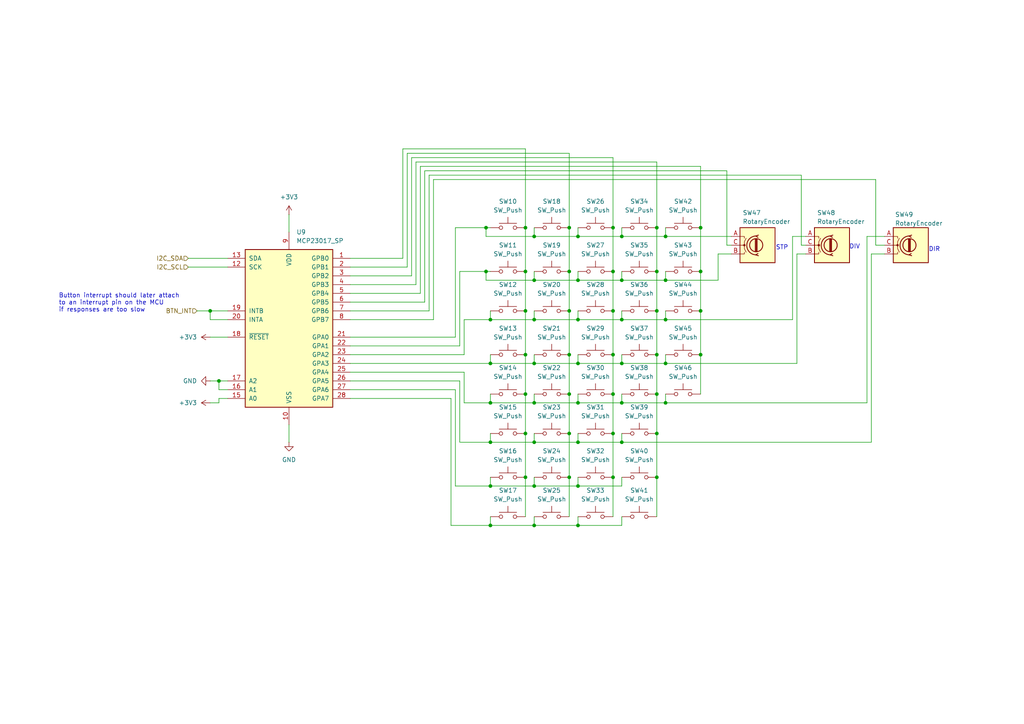
<source format=kicad_sch>
(kicad_sch (version 20250114) (generator "eeschema") (generator_version "9.0")
  (paper "A4")
  (title_block (date "2025-01-26"))
  (lib_symbols
    (symbol "Device:RotaryEncoder" (pin_names (offset 0.254) (hide yes))
      (property "Reference" "SW" (at 0 6.604 0))
      (property "Value" "RotaryEncoder" (at 0 -6.604 0))
      (symbol "RotaryEncoder_0_1"
        (rectangle (start -5.08 5.08) (end 5.08 -5.08) (stroke (width 0.254)) (fill (type background)))
        (polyline (pts (xy -5.08 2.54) (xy -3.81 2.54) (xy -3.81 2.032)))
        (polyline (pts (xy -5.08 0) (xy -3.81 0) (xy -3.81 -1.016) (xy -3.302 -2.032)))
        (polyline (pts (xy -5.08 -2.54) (xy -3.81 -2.54) (xy -3.81 -2.032)))
        (polyline (pts (xy -4.318 0) (xy -3.81 0) (xy -3.81 1.016) (xy -3.302 2.032)))
        (circle (center -3.81 0) (radius 0.254) (fill (type outline)))
        (polyline (pts (xy -0.635 -1.778) (xy -0.635 1.778)) (stroke (width 0.254)))
        (circle (center -0.381 0) (radius 1.905) (stroke (width 0.254)))
        (polyline (pts (xy -0.381 -1.778) (xy -0.381 1.778)) (stroke (width 0.254)))
        (arc (start -0.381 -2.794) (mid -3.0988 -0.0635) (end -0.381 2.667) (stroke (width 0.254)))
        (polyline (pts (xy -0.127 1.778) (xy -0.127 -1.778)) (stroke (width 0.254)))
        (polyline (pts (xy 0.254 2.921) (xy -0.508 2.667) (xy 0.127 2.286)) (stroke (width 0.254)))
        (polyline (pts (xy 0.254 -3.048) (xy -0.508 -2.794) (xy 0.127 -2.413)) (stroke (width 0.254)))
      )
      (symbol "RotaryEncoder_1_1"
        (pin passive line (at -7.62 2.54 0) (length 2.54) (name "A") (number "A"))
        (pin passive line (at -7.62 0 0) (length 2.54) (name "C") (number "C"))
        (pin passive line (at -7.62 -2.54 0) (length 2.54) (name "B") (number "B"))
      )
    )
    (symbol "Interface_Expansion:MCP23017_SP" (pin_names (offset 1.016))
      (property "Reference" "U" (at -11.43 24.13 0))
      (property "Value" "MCP23017_SP" (at 0 0 0))
      (symbol "MCP23017_SP_0_1"
        (rectangle (start -12.7 22.86) (end 12.7 -22.86) (stroke (width 0.254)) (fill (type background)))
      )
      (symbol "MCP23017_SP_1_1"
        (pin bidirectional line (at -17.78 20.32 0) (length 5.08) (name "SDA") (number "13"))
        (pin input line (at -17.78 17.78 0) (length 5.08) (name "SCK") (number "12"))
        (pin tri_state line (at -17.78 5.08 0) (length 5.08) (name "INTB") (number "19"))
        (pin tri_state line (at -17.78 2.54 0) (length 5.08) (name "INTA") (number "20"))
        (pin input line (at -17.78 -2.54 0) (length 5.08) (name "~{RESET}") (number "18"))
        (pin input line (at -17.78 -15.24 0) (length 5.08) (name "A2") (number "17"))
        (pin input line (at -17.78 -17.78 0) (length 5.08) (name "A1") (number "16"))
        (pin input line (at -17.78 -20.32 0) (length 5.08) (name "A0") (number "15"))
        (pin no_connect line (at -12.7 15.24 0) (length 5.08) (hide yes) (name "NC") (number "11"))
        (pin no_connect line (at -12.7 12.7 0) (length 5.08) (hide yes) (name "NC") (number "14"))
        (pin power_in line (at 0 27.94 270) (length 5.08) (name "VDD") (number "9"))
        (pin power_in line (at 0 -27.94 90) (length 5.08) (name "VSS") (number "10"))
        (pin bidirectional line (at 17.78 20.32 180) (length 5.08) (name "GPB0") (number "1"))
        (pin bidirectional line (at 17.78 17.78 180) (length 5.08) (name "GPB1") (number "2"))
        (pin bidirectional line (at 17.78 15.24 180) (length 5.08) (name "GPB2") (number "3"))
        (pin bidirectional line (at 17.78 12.7 180) (length 5.08) (name "GPB3") (number "4"))
        (pin bidirectional line (at 17.78 10.16 180) (length 5.08) (name "GPB4") (number "5"))
        (pin bidirectional line (at 17.78 7.62 180) (length 5.08) (name "GPB5") (number "6"))
        (pin bidirectional line (at 17.78 5.08 180) (length 5.08) (name "GPB6") (number "7"))
        (pin output line (at 17.78 2.54 180) (length 5.08) (name "GPB7") (number "8"))
        (pin bidirectional line (at 17.78 -2.54 180) (length 5.08) (name "GPA0") (number "21"))
        (pin bidirectional line (at 17.78 -5.08 180) (length 5.08) (name "GPA1") (number "22"))
        (pin bidirectional line (at 17.78 -7.62 180) (length 5.08) (name "GPA2") (number "23"))
        (pin bidirectional line (at 17.78 -10.16 180) (length 5.08) (name "GPA3") (number "24"))
        (pin bidirectional line (at 17.78 -12.7 180) (length 5.08) (name "GPA4") (number "25"))
        (pin bidirectional line (at 17.78 -15.24 180) (length 5.08) (name "GPA5") (number "26"))
        (pin bidirectional line (at 17.78 -17.78 180) (length 5.08) (name "GPA6") (number "27"))
        (pin output line (at 17.78 -20.32 180) (length 5.08) (name "GPA7") (number "28"))
      )
    )
    (symbol "Switch:SW_Push" (pin_numbers (hide yes)) (pin_names (offset 1.016) (hide yes))
      (property "Reference" "SW" (at 1.27 2.54 0))
      (property "Value" "SW_Push" (at 0 -1.524 0))
      (symbol "SW_Push_0_1"
        (circle (center -2.032 0) (radius 0.508))
        (polyline (pts (xy 0 1.27) (xy 0 3.048)))
        (circle (center 2.032 0) (radius 0.508))
        (polyline (pts (xy 2.54 1.27) (xy -2.54 1.27)))
        (pin passive line (at -5.08 0 0) (length 2.54) (name "1") (number "1"))
        (pin passive line (at 5.08 0 180) (length 2.54) (name "2") (number "2"))
      )
    )
    (symbol "power:+3V3" (power) (pin_numbers (hide yes)) (pin_names (offset 0) (hide yes))
      (property "Value" "+3V3" (at 0 3.556 0))
      (symbol "+3V3_0_1"
        (polyline (pts (xy -0.762 1.27) (xy 0 2.54)))
        (polyline (pts (xy 0 2.54) (xy 0.762 1.27)))
        (polyline (pts (xy 0 0) (xy 0 2.54)))
      )
      (symbol "+3V3_1_1"
        (pin power_in line (at 0 0 90) (length 0) (name "~") (number "1"))
      )
    )
    (symbol "power:GND" (power) (pin_numbers (hide yes)) (pin_names (offset 0) (hide yes))
      (property "Value" "GND" (at 0 -3.81 0))
      (symbol "GND_0_1"
        (polyline (pts (xy 0 0) (xy 0 -1.27) (xy 1.27 -1.27) (xy 0 -2.54) (xy -1.27 -1.27) (xy 0 -1.27)))
      )
      (symbol "GND_1_1"
        (pin power_in line (at 0 0 270) (length 0) (name "~") (number "1"))
      )
    )
  )
  (text "DIV" (at 247.904 71.628 0) (effects (font (size 1.27 1.27))))
  (text "Button interrupt should later attach \nto an interrupt pin on the MCU\nif responses are too slow" (at 17.018 87.884 0) (effects (font (size 1.27 1.27)) (justify left)))
  (text "DIR" (at 271.018 72.39 0) (effects (font (size 1.27 1.27))))
  (text "STP" (at 226.822 71.882 0) (effects (font (size 1.27 1.27))))
  (junction (at 167.64 116.84))
  (junction (at 203.2 66.04))
  (junction (at 177.8 138.43))
  (junction (at 167.64 68.58))
  (junction (at 152.4 90.17))
  (junction (at 165.1 102.87))
  (junction (at 167.64 140.97))
  (junction (at 193.04 68.58))
  (junction (at 203.2 102.87))
  (junction (at 177.8 78.74))
  (junction (at 167.64 105.41))
  (junction (at 190.5 114.3))
  (junction (at 165.1 66.04))
  (junction (at 193.04 116.84))
  (junction (at 177.8 114.3))
  (junction (at 177.8 66.04))
  (junction (at 190.5 102.87))
  (junction (at 165.1 78.74))
  (junction (at 177.8 125.73))
  (junction (at 142.24 128.27))
  (junction (at 167.64 128.27))
  (junction (at 180.34 92.71))
  (junction (at 203.2 78.74))
  (junction (at 193.04 92.71))
  (junction (at 152.4 114.3))
  (junction (at 152.4 78.74))
  (junction (at 140.97 66.04))
  (junction (at 154.94 81.28))
  (junction (at 154.94 140.97))
  (junction (at 190.5 90.17))
  (junction (at 180.34 128.27))
  (junction (at 165.1 138.43))
  (junction (at 152.4 138.43))
  (junction (at 190.5 125.73))
  (junction (at 165.1 90.17))
  (junction (at 142.24 92.71))
  (junction (at 154.94 105.41))
  (junction (at 165.1 125.73))
  (junction (at 190.5 66.04))
  (junction (at 63.5 110.49))
  (junction (at 142.24 105.41))
  (junction (at 180.34 81.28))
  (junction (at 154.94 116.84))
  (junction (at 167.64 81.28))
  (junction (at 190.5 78.74))
  (junction (at 140.97 78.74))
  (junction (at 142.24 116.84))
  (junction (at 167.64 152.4))
  (junction (at 152.4 102.87))
  (junction (at 180.34 116.84))
  (junction (at 193.04 81.28))
  (junction (at 154.94 128.27))
  (junction (at 154.94 152.4))
  (junction (at 152.4 66.04))
  (junction (at 177.8 90.17))
  (junction (at 203.2 90.17))
  (junction (at 167.64 92.71))
  (junction (at 154.94 68.58))
  (junction (at 180.34 105.41))
  (junction (at 60.96 90.17))
  (junction (at 142.24 140.97))
  (junction (at 177.8 102.87))
  (junction (at 152.4 125.73))
  (junction (at 154.94 92.71))
  (junction (at 165.1 114.3))
  (junction (at 142.24 152.4))
  (junction (at 180.34 68.58))
  (junction (at 190.5 138.43))
  (junction (at 193.04 105.41))
  (wire (pts (xy 152.4 66.04) (xy 152.4 78.74)))
  (wire (pts (xy 142.24 92.71) (xy 134.62 92.71)))
  (wire (pts (xy 152.4 138.43) (xy 152.4 149.86)))
  (wire (pts (xy 193.04 90.17) (xy 193.04 92.71)))
  (wire (pts (xy 116.84 43.18) (xy 152.4 43.18)))
  (wire (pts (xy 252.73 73.66) (xy 256.54 73.66)))
  (wire (pts (xy 167.64 125.73) (xy 167.64 128.27)))
  (wire (pts (xy 167.64 152.4) (xy 154.94 152.4)))
  (wire (pts (xy 154.94 152.4) (xy 142.24 152.4)))
  (wire (pts (xy 140.97 68.58) (xy 140.97 66.04)))
  (wire (pts (xy 190.5 46.99) (xy 190.5 66.04)))
  (wire (pts (xy 140.97 66.04) (xy 142.24 66.04)))
  (wire (pts (xy 167.64 114.3) (xy 167.64 116.84)))
  (wire (pts (xy 101.6 82.55) (xy 120.65 82.55)))
  (wire (pts (xy 177.8 102.87) (xy 177.8 114.3)))
  (wire (pts (xy 154.94 68.58) (xy 167.64 68.58)))
  (wire (pts (xy 208.28 81.28) (xy 193.04 81.28)))
  (wire (pts (xy 167.64 128.27) (xy 154.94 128.27)))
  (wire (pts (xy 180.34 140.97) (xy 167.64 140.97)))
  (wire (pts (xy 154.94 140.97) (xy 142.24 140.97)))
  (wire (pts (xy 180.34 81.28) (xy 193.04 81.28)))
  (wire (pts (xy 190.5 102.87) (xy 190.5 114.3)))
  (wire (pts (xy 83.82 62.23) (xy 83.82 67.31)))
  (wire (pts (xy 180.34 78.74) (xy 180.34 81.28)))
  (wire (pts (xy 167.64 92.71) (xy 154.94 92.71)))
  (wire (pts (xy 134.62 116.84) (xy 142.24 116.84)))
  (wire (pts (xy 142.24 149.86) (xy 142.24 152.4)))
  (wire (pts (xy 140.97 78.74) (xy 142.24 78.74)))
  (wire (pts (xy 165.1 125.73) (xy 165.1 138.43)))
  (wire (pts (xy 60.96 97.79) (xy 66.04 97.79)))
  (wire (pts (xy 101.6 100.33) (xy 133.35 100.33)))
  (wire (pts (xy 154.94 90.17) (xy 154.94 92.71)))
  (wire (pts (xy 190.5 125.73) (xy 190.5 138.43)))
  (wire (pts (xy 167.64 128.27) (xy 180.34 128.27)))
  (wire (pts (xy 203.2 78.74) (xy 203.2 90.17)))
  (wire (pts (xy 193.04 66.04) (xy 193.04 68.58)))
  (wire (pts (xy 101.6 77.47) (xy 118.11 77.47)))
  (wire (pts (xy 142.24 138.43) (xy 142.24 140.97)))
  (wire (pts (xy 142.24 125.73) (xy 142.24 128.27)))
  (wire (pts (xy 252.73 73.66) (xy 252.73 128.27)))
  (wire (pts (xy 101.6 90.17) (xy 124.46 90.17)))
  (wire (pts (xy 165.1 114.3) (xy 165.1 125.73)))
  (wire (pts (xy 140.97 81.28) (xy 140.97 78.74)))
  (wire (pts (xy 134.62 116.84) (xy 134.62 107.95)))
  (wire (pts (xy 142.24 152.4) (xy 130.81 152.4)))
  (wire (pts (xy 180.34 116.84) (xy 167.64 116.84)))
  (wire (pts (xy 190.5 66.04) (xy 190.5 78.74)))
  (wire (pts (xy 167.64 81.28) (xy 180.34 81.28)))
  (wire (pts (xy 154.94 149.86) (xy 154.94 152.4)))
  (wire (pts (xy 208.28 73.66) (xy 208.28 81.28)))
  (wire (pts (xy 54.61 74.93) (xy 66.04 74.93)))
  (wire (pts (xy 54.61 77.47) (xy 66.04 77.47)))
  (wire (pts (xy 132.08 140.97) (xy 132.08 113.03)))
  (wire (pts (xy 63.5 115.57) (xy 63.5 116.84)))
  (wire (pts (xy 177.8 66.04) (xy 177.8 78.74)))
  (wire (pts (xy 121.92 85.09) (xy 121.92 48.26)))
  (wire (pts (xy 233.68 71.12) (xy 232.41 71.12)))
  (wire (pts (xy 101.6 92.71) (xy 125.73 92.71)))
  (wire (pts (xy 152.4 78.74) (xy 152.4 90.17)))
  (wire (pts (xy 60.96 116.84) (xy 63.5 116.84)))
  (wire (pts (xy 142.24 114.3) (xy 142.24 116.84)))
  (wire (pts (xy 118.11 44.45) (xy 165.1 44.45)))
  (wire (pts (xy 142.24 90.17) (xy 142.24 92.71)))
  (wire (pts (xy 203.2 102.87) (xy 203.2 114.3)))
  (wire (pts (xy 132.08 113.03) (xy 101.6 113.03)))
  (wire (pts (xy 167.64 81.28) (xy 154.94 81.28)))
  (wire (pts (xy 251.46 68.58) (xy 251.46 116.84)))
  (wire (pts (xy 193.04 102.87) (xy 193.04 105.41)))
  (wire (pts (xy 154.94 114.3) (xy 154.94 116.84)))
  (wire (pts (xy 165.1 102.87) (xy 165.1 114.3)))
  (wire (pts (xy 60.96 90.17) (xy 66.04 90.17)))
  (wire (pts (xy 180.34 66.04) (xy 180.34 68.58)))
  (wire (pts (xy 152.4 114.3) (xy 152.4 125.73)))
  (wire (pts (xy 57.15 90.17) (xy 60.96 90.17)))
  (wire (pts (xy 231.14 73.66) (xy 233.68 73.66)))
  (wire (pts (xy 193.04 68.58) (xy 212.09 68.58)))
  (wire (pts (xy 167.64 149.86) (xy 167.64 152.4)))
  (wire (pts (xy 165.1 44.45) (xy 165.1 66.04)))
  (wire (pts (xy 154.94 138.43) (xy 154.94 140.97)))
  (wire (pts (xy 63.5 113.03) (xy 63.5 110.49)))
  (wire (pts (xy 142.24 140.97) (xy 132.08 140.97)))
  (wire (pts (xy 154.94 81.28) (xy 140.97 81.28)))
  (wire (pts (xy 152.4 43.18) (xy 152.4 66.04)))
  (wire (pts (xy 193.04 116.84) (xy 251.46 116.84)))
  (wire (pts (xy 142.24 102.87) (xy 142.24 105.41)))
  (wire (pts (xy 180.34 116.84) (xy 193.04 116.84)))
  (wire (pts (xy 229.87 92.71) (xy 193.04 92.71)))
  (wire (pts (xy 232.41 71.12) (xy 232.41 50.8)))
  (wire (pts (xy 132.08 97.79) (xy 132.08 66.04)))
  (wire (pts (xy 208.28 73.66) (xy 212.09 73.66)))
  (wire (pts (xy 212.09 71.12) (xy 210.82 71.12)))
  (wire (pts (xy 167.64 138.43) (xy 167.64 140.97)))
  (wire (pts (xy 193.04 105.41) (xy 180.34 105.41)))
  (wire (pts (xy 152.4 90.17) (xy 152.4 102.87)))
  (wire (pts (xy 180.34 92.71) (xy 167.64 92.71)))
  (wire (pts (xy 167.64 105.41) (xy 154.94 105.41)))
  (wire (pts (xy 83.82 123.19) (xy 83.82 128.27)))
  (wire (pts (xy 190.5 114.3) (xy 190.5 125.73)))
  (wire (pts (xy 130.81 152.4) (xy 130.81 115.57)))
  (wire (pts (xy 154.94 78.74) (xy 154.94 81.28)))
  (wire (pts (xy 254 71.12) (xy 254 52.07)))
  (wire (pts (xy 134.62 92.71) (xy 134.62 102.87)))
  (wire (pts (xy 118.11 77.47) (xy 118.11 44.45)))
  (wire (pts (xy 101.6 87.63) (xy 123.19 87.63)))
  (wire (pts (xy 133.35 110.49) (xy 101.6 110.49)))
  (wire (pts (xy 125.73 52.07) (xy 254 52.07)))
  (wire (pts (xy 180.34 138.43) (xy 180.34 140.97)))
  (wire (pts (xy 177.8 138.43) (xy 177.8 149.86)))
  (wire (pts (xy 229.87 68.58) (xy 229.87 92.71)))
  (wire (pts (xy 101.6 85.09) (xy 121.92 85.09)))
  (wire (pts (xy 66.04 113.03) (xy 63.5 113.03)))
  (wire (pts (xy 130.81 115.57) (xy 101.6 115.57)))
  (wire (pts (xy 154.94 66.04) (xy 154.94 68.58)))
  (wire (pts (xy 121.92 48.26) (xy 203.2 48.26)))
  (wire (pts (xy 190.5 78.74) (xy 190.5 90.17)))
  (wire (pts (xy 101.6 105.41) (xy 142.24 105.41)))
  (wire (pts (xy 180.34 149.86) (xy 180.34 152.4)))
  (wire (pts (xy 203.2 66.04) (xy 203.2 78.74)))
  (wire (pts (xy 165.1 78.74) (xy 165.1 90.17)))
  (wire (pts (xy 177.8 114.3) (xy 177.8 125.73)))
  (wire (pts (xy 154.94 92.71) (xy 142.24 92.71)))
  (wire (pts (xy 133.35 128.27) (xy 133.35 110.49)))
  (wire (pts (xy 152.4 102.87) (xy 152.4 114.3)))
  (wire (pts (xy 167.64 90.17) (xy 167.64 92.71)))
  (wire (pts (xy 134.62 102.87) (xy 101.6 102.87)))
  (wire (pts (xy 101.6 74.93) (xy 116.84 74.93)))
  (wire (pts (xy 154.94 116.84) (xy 167.64 116.84)))
  (wire (pts (xy 193.04 114.3) (xy 193.04 116.84)))
  (wire (pts (xy 116.84 74.93) (xy 116.84 43.18)))
  (wire (pts (xy 165.1 90.17) (xy 165.1 102.87)))
  (wire (pts (xy 101.6 97.79) (xy 132.08 97.79)))
  (wire (pts (xy 177.8 125.73) (xy 177.8 138.43)))
  (wire (pts (xy 167.64 102.87) (xy 167.64 105.41)))
  (wire (pts (xy 132.08 66.04) (xy 140.97 66.04)))
  (wire (pts (xy 134.62 107.95) (xy 101.6 107.95)))
  (wire (pts (xy 177.8 45.72) (xy 177.8 66.04)))
  (wire (pts (xy 180.34 125.73) (xy 180.34 128.27)))
  (wire (pts (xy 231.14 105.41) (xy 193.04 105.41)))
  (wire (pts (xy 180.34 152.4) (xy 167.64 152.4)))
  (wire (pts (xy 120.65 46.99) (xy 190.5 46.99)))
  (wire (pts (xy 154.94 102.87) (xy 154.94 105.41)))
  (wire (pts (xy 203.2 90.17) (xy 203.2 102.87)))
  (wire (pts (xy 180.34 68.58) (xy 193.04 68.58)))
  (wire (pts (xy 66.04 92.71) (xy 60.96 92.71)))
  (wire (pts (xy 210.82 71.12) (xy 210.82 49.53)))
  (wire (pts (xy 60.96 92.71) (xy 60.96 90.17)))
  (wire (pts (xy 123.19 49.53) (xy 210.82 49.53)))
  (wire (pts (xy 167.64 66.04) (xy 167.64 68.58)))
  (wire (pts (xy 142.24 128.27) (xy 133.35 128.27)))
  (wire (pts (xy 256.54 71.12) (xy 254 71.12)))
  (wire (pts (xy 167.64 140.97) (xy 154.94 140.97)))
  (wire (pts (xy 133.35 100.33) (xy 133.35 78.74)))
  (wire (pts (xy 167.64 78.74) (xy 167.64 81.28)))
  (wire (pts (xy 180.34 114.3) (xy 180.34 116.84)))
  (wire (pts (xy 154.94 128.27) (xy 142.24 128.27)))
  (wire (pts (xy 180.34 68.58) (xy 167.64 68.58)))
  (wire (pts (xy 180.34 128.27) (xy 252.73 128.27)))
  (wire (pts (xy 193.04 78.74) (xy 193.04 81.28)))
  (wire (pts (xy 140.97 68.58) (xy 154.94 68.58)))
  (wire (pts (xy 193.04 92.71) (xy 180.34 92.71)))
  (wire (pts (xy 60.96 110.49) (xy 63.5 110.49)))
  (wire (pts (xy 120.65 82.55) (xy 120.65 46.99)))
  (wire (pts (xy 125.73 92.71) (xy 125.73 52.07)))
  (wire (pts (xy 63.5 110.49) (xy 66.04 110.49)))
  (wire (pts (xy 133.35 78.74) (xy 140.97 78.74)))
  (wire (pts (xy 190.5 138.43) (xy 190.5 149.86)))
  (wire (pts (xy 180.34 102.87) (xy 180.34 105.41)))
  (wire (pts (xy 165.1 138.43) (xy 165.1 149.86)))
  (wire (pts (xy 231.14 73.66) (xy 231.14 105.41)))
  (wire (pts (xy 124.46 50.8) (xy 232.41 50.8)))
  (wire (pts (xy 101.6 80.01) (xy 119.38 80.01)))
  (wire (pts (xy 154.94 125.73) (xy 154.94 128.27)))
  (wire (pts (xy 152.4 125.73) (xy 152.4 138.43)))
  (wire (pts (xy 177.8 90.17) (xy 177.8 102.87)))
  (wire (pts (xy 180.34 90.17) (xy 180.34 92.71)))
  (wire (pts (xy 190.5 90.17) (xy 190.5 102.87)))
  (wire (pts (xy 154.94 105.41) (xy 142.24 105.41)))
  (wire (pts (xy 124.46 90.17) (xy 124.46 50.8)))
  (wire (pts (xy 142.24 116.84) (xy 154.94 116.84)))
  (wire (pts (xy 251.46 68.58) (xy 256.54 68.58)))
  (wire (pts (xy 233.68 68.58) (xy 229.87 68.58)))
  (wire (pts (xy 119.38 80.01) (xy 119.38 45.72)))
  (wire (pts (xy 177.8 78.74) (xy 177.8 90.17)))
  (wire (pts (xy 123.19 87.63) (xy 123.19 49.53)))
  (wire (pts (xy 66.04 115.57) (xy 63.5 115.57)))
  (wire (pts (xy 165.1 66.04) (xy 165.1 78.74)))
  (wire (pts (xy 180.34 105.41) (xy 167.64 105.41)))
  (wire (pts (xy 203.2 48.26) (xy 203.2 66.04)))
  (wire (pts (xy 119.38 45.72) (xy 177.8 45.72)))
  (hierarchical_label "BTN_INT" (shape input) (at 57.15 90.17 180))
  (hierarchical_label "I2C_SCL" (shape input) (at 54.61 77.47 180))
  (hierarchical_label "I2C_SDA" (shape input) (at 54.61 74.93 180))
  (symbol (lib_id "Switch:SW_Push") (at 172.72 78.74 0) (unit 1)
    (property "Reference" "SW27" (at 172.72 71.12 0))
    (property "Value" "SW_Push" (at 172.72 73.66 0))
    (property "Footprint" "Button_Switch_SMD:SW_Push_1P1T_NO_CK_KSC7xxJ" (effects (hide yes)))
    (property "Description" "Push button switch, generic, two pins" (effects (hide yes)))
  )
  (symbol (lib_id "Switch:SW_Push") (at 198.12 114.3 0) (unit 1)
    (property "Reference" "SW46" (at 198.12 106.68 0))
    (property "Value" "SW_Push" (at 198.12 109.22 0))
    (property "Footprint" "Button_Switch_SMD:SW_Push_1P1T_NO_CK_KSC7xxJ" (effects (hide yes)))
    (property "Description" "Push button switch, generic, two pins" (effects (hide yes)))
  )
  (symbol (lib_id "Switch:SW_Push") (at 160.02 102.87 0) (unit 1)
    (property "Reference" "SW21" (at 160.02 95.25 0))
    (property "Value" "SW_Push" (at 160.02 97.79 0))
    (property "Footprint" "Button_Switch_SMD:SW_Push_1P1T_NO_CK_KSC7xxJ" (effects (hide yes)))
    (property "Description" "Push button switch, generic, two pins" (effects (hide yes)))
  )
  (symbol (lib_id "Device:RotaryEncoder") (at 264.16 71.12 0) (unit 1)
    (property "Reference" "SW49" (at 259.588 62.23 0) (effects (justify left)))
    (property "Value" "RotaryEncoder" (at 259.588 64.77 0) (effects (justify left)))
    (property "Footprint" "Rotary_Encoder:RotaryEncoder_Alps_EC12E_Vertical_H20mm_CircularMountingHoles" (effects (hide yes)))
    (property "Description" "Rotary encoder, dual channel, incremental quadrate outputs" (effects (hide yes)))
  )
  (symbol (lib_id "Switch:SW_Push") (at 172.72 138.43 0) (unit 1)
    (property "Reference" "SW32" (at 172.72 130.81 0))
    (property "Value" "SW_Push" (at 172.72 133.35 0))
    (property "Footprint" "Button_Switch_SMD:SW_Push_1P1T_NO_CK_KSC7xxJ" (effects (hide yes)))
    (property "Description" "Push button switch, generic, two pins" (effects (hide yes)))
  )
  (symbol (lib_id "Switch:SW_Push") (at 147.32 90.17 0) (unit 1)
    (property "Reference" "SW12" (at 147.32 82.55 0))
    (property "Value" "SW_Push" (at 147.32 85.09 0))
    (property "Footprint" "Button_Switch_SMD:SW_Push_1P1T_NO_CK_KSC7xxJ" (effects (hide yes)))
    (property "Description" "Push button switch, generic, two pins" (effects (hide yes)))
  )
  (symbol (lib_id "power:GND") (at 60.96 110.49 270) (unit 1)
    (property "Reference" "#PWR037" (effects (hide yes)))
    (property "Value" "GND" (at 57.15 110.4899 90) (effects (justify right)))
    (property "Description" "Power symbol creates a global label with name \"GND\" , ground" (effects (hide yes)))
  )
  (symbol (lib_id "Device:RotaryEncoder") (at 219.71 71.12 0) (unit 1)
    (property "Reference" "SW47" (at 215.392 61.722 0) (effects (justify left)))
    (property "Value" "RotaryEncoder" (at 215.392 64.262 0) (effects (justify left)))
    (property "Footprint" "Rotary_Encoder:RotaryEncoder_Alps_EC12E_Vertical_H20mm_CircularMountingHoles" (effects (hide yes)))
    (property "Description" "Rotary encoder, dual channel, incremental quadrate outputs" (effects (hide yes)))
  )
  (symbol (lib_id "Switch:SW_Push") (at 172.72 114.3 0) (unit 1)
    (property "Reference" "SW30" (at 172.72 106.68 0))
    (property "Value" "SW_Push" (at 172.72 109.22 0))
    (property "Footprint" "Button_Switch_SMD:SW_Push_1P1T_NO_CK_KSC7xxJ" (effects (hide yes)))
    (property "Description" "Push button switch, generic, two pins" (effects (hide yes)))
  )
  (symbol (lib_id "Switch:SW_Push") (at 198.12 102.87 0) (unit 1)
    (property "Reference" "SW45" (at 198.12 95.25 0))
    (property "Value" "SW_Push" (at 198.12 97.79 0))
    (property "Footprint" "Button_Switch_SMD:SW_Push_1P1T_NO_CK_KSC7xxJ" (effects (hide yes)))
    (property "Description" "Push button switch, generic, two pins" (effects (hide yes)))
  )
  (symbol (lib_id "Switch:SW_Push") (at 185.42 78.74 0) (unit 1)
    (property "Reference" "SW35" (at 185.42 71.12 0))
    (property "Value" "SW_Push" (at 185.42 73.66 0))
    (property "Footprint" "Button_Switch_SMD:SW_Push_1P1T_NO_CK_KSC7xxJ" (effects (hide yes)))
    (property "Description" "Push button switch, generic, two pins" (effects (hide yes)))
  )
  (symbol (lib_id "Interface_Expansion:MCP23017_SP") (at 83.82 95.25 0) (unit 1)
    (property "Reference" "U9" (at 85.9633 67.31 0) (effects (justify left)))
    (property "Value" "MCP23017_SP" (at 85.9633 69.85 0) (effects (justify left)))
    (property "Footprint" "Package_DIP:DIP-28_W7.62mm" (effects (hide yes)))
    (property "Datasheet" "https://ww1.microchip.com/downloads/aemDocuments/documents/APID/ProductDocuments/DataSheets/MCP23017-Data-Sheet-DS20001952.pdf" (effects (hide yes)))
    (property "Description" "16-bit I/O expander, I2C, interrupts, w pull-ups, SPDIP-28" (effects (hide yes)))
  )
  (symbol (lib_id "Switch:SW_Push") (at 172.72 90.17 0) (unit 1)
    (property "Reference" "SW28" (at 172.72 82.55 0))
    (property "Value" "SW_Push" (at 172.72 85.09 0))
    (property "Footprint" "Button_Switch_SMD:SW_Push_1P1T_NO_CK_KSC7xxJ" (effects (hide yes)))
    (property "Description" "Push button switch, generic, two pins" (effects (hide yes)))
  )
  (symbol (lib_id "Switch:SW_Push") (at 160.02 149.86 0) (unit 1)
    (property "Reference" "SW25" (at 160.02 142.24 0))
    (property "Value" "SW_Push" (at 160.02 144.78 0))
    (property "Footprint" "Button_Switch_SMD:SW_Push_1P1T_NO_CK_KSC7xxJ" (effects (hide yes)))
    (property "Description" "Push button switch, generic, two pins" (effects (hide yes)))
  )
  (symbol (lib_id "Switch:SW_Push") (at 172.72 66.04 0) (unit 1)
    (property "Reference" "SW26" (at 172.72 58.42 0))
    (property "Value" "SW_Push" (at 172.72 60.96 0))
    (property "Footprint" "Button_Switch_SMD:SW_Push_1P1T_NO_CK_KSC7xxJ" (effects (hide yes)))
    (property "Description" "Push button switch, generic, two pins" (effects (hide yes)))
  )
  (symbol (lib_id "Switch:SW_Push") (at 185.42 102.87 0) (unit 1)
    (property "Reference" "SW37" (at 185.42 95.25 0))
    (property "Value" "SW_Push" (at 185.42 97.79 0))
    (property "Footprint" "Button_Switch_SMD:SW_Push_1P1T_NO_CK_KSC7xxJ" (effects (hide yes)))
    (property "Description" "Push button switch, generic, two pins" (effects (hide yes)))
  )
  (symbol (lib_id "Switch:SW_Push") (at 147.32 138.43 0) (unit 1)
    (property "Reference" "SW16" (at 147.32 130.81 0))
    (property "Value" "SW_Push" (at 147.32 133.35 0))
    (property "Footprint" "Button_Switch_SMD:SW_Push_1P1T_NO_CK_KSC7xxJ" (effects (hide yes)))
    (property "Description" "Push button switch, generic, two pins" (effects (hide yes)))
  )
  (symbol (lib_id "Switch:SW_Push") (at 185.42 66.04 0) (unit 1)
    (property "Reference" "SW34" (at 185.42 58.42 0))
    (property "Value" "SW_Push" (at 185.42 60.96 0))
    (property "Footprint" "Button_Switch_SMD:SW_Push_1P1T_NO_CK_KSC7xxJ" (effects (hide yes)))
    (property "Description" "Push button switch, generic, two pins" (effects (hide yes)))
  )
  (symbol (lib_id "Switch:SW_Push") (at 160.02 90.17 0) (unit 1)
    (property "Reference" "SW20" (at 160.02 82.55 0))
    (property "Value" "SW_Push" (at 160.02 85.09 0))
    (property "Footprint" "Button_Switch_SMD:SW_Push_1P1T_NO_CK_KSC7xxJ" (effects (hide yes)))
    (property "Description" "Push button switch, generic, two pins" (effects (hide yes)))
  )
  (symbol (lib_id "power:+3V3") (at 60.96 97.79 90) (unit 1)
    (property "Reference" "#PWR036" (effects (hide yes)))
    (property "Value" "+3V3" (at 57.15 97.7899 90) (effects (justify left)))
    (property "Description" "Power symbol creates a global label with name \"+3V3\"" (effects (hide yes)))
  )
  (symbol (lib_id "Switch:SW_Push") (at 185.42 125.73 0) (unit 1)
    (property "Reference" "SW39" (at 185.42 118.11 0))
    (property "Value" "SW_Push" (at 185.42 120.65 0))
    (property "Footprint" "Button_Switch_SMD:SW_Push_1P1T_NO_CK_KSC7xxJ" (effects (hide yes)))
    (property "Description" "Push button switch, generic, two pins" (effects (hide yes)))
  )
  (symbol (lib_id "Switch:SW_Push") (at 172.72 125.73 0) (unit 1)
    (property "Reference" "SW31" (at 172.72 118.11 0))
    (property "Value" "SW_Push" (at 172.72 120.65 0))
    (property "Footprint" "Button_Switch_SMD:SW_Push_1P1T_NO_CK_KSC7xxJ" (effects (hide yes)))
    (property "Description" "Push button switch, generic, two pins" (effects (hide yes)))
  )
  (symbol (lib_id "power:GND") (at 83.82 128.27 0) (unit 1)
    (property "Reference" "#PWR035" (effects (hide yes)))
    (property "Value" "GND" (at 83.82 133.35 0))
    (property "Description" "Power symbol creates a global label with name \"GND\" , ground" (effects (hide yes)))
  )
  (symbol (lib_id "Switch:SW_Push") (at 185.42 114.3 0) (unit 1)
    (property "Reference" "SW38" (at 185.42 106.68 0))
    (property "Value" "SW_Push" (at 185.42 109.22 0))
    (property "Footprint" "Button_Switch_SMD:SW_Push_1P1T_NO_CK_KSC7xxJ" (effects (hide yes)))
    (property "Description" "Push button switch, generic, two pins" (effects (hide yes)))
  )
  (symbol (lib_id "Switch:SW_Push") (at 160.02 114.3 0) (unit 1)
    (property "Reference" "SW22" (at 160.02 106.68 0))
    (property "Value" "SW_Push" (at 160.02 109.22 0))
    (property "Footprint" "Button_Switch_SMD:SW_Push_1P1T_NO_CK_KSC7xxJ" (effects (hide yes)))
    (property "Description" "Push button switch, generic, two pins" (effects (hide yes)))
  )
  (symbol (lib_id "Switch:SW_Push") (at 147.32 78.74 0) (unit 1)
    (property "Reference" "SW11" (at 147.32 71.12 0))
    (property "Value" "SW_Push" (at 147.32 73.66 0))
    (property "Footprint" "Button_Switch_SMD:SW_Push_1P1T_NO_CK_KSC7xxJ" (effects (hide yes)))
    (property "Description" "Push button switch, generic, two pins" (effects (hide yes)))
  )
  (symbol (lib_id "Switch:SW_Push") (at 147.32 125.73 0) (unit 1)
    (property "Reference" "SW15" (at 147.32 118.11 0))
    (property "Value" "SW_Push" (at 147.32 120.65 0))
    (property "Footprint" "Button_Switch_SMD:SW_Push_1P1T_NO_CK_KSC7xxJ" (effects (hide yes)))
    (property "Description" "Push button switch, generic, two pins" (effects (hide yes)))
  )
  (symbol (lib_id "Switch:SW_Push") (at 147.32 102.87 0) (unit 1)
    (property "Reference" "SW13" (at 147.32 95.25 0))
    (property "Value" "SW_Push" (at 147.32 97.79 0))
    (property "Footprint" "Button_Switch_SMD:SW_Push_1P1T_NO_CK_KSC7xxJ" (effects (hide yes)))
    (property "Description" "Push button switch, generic, two pins" (effects (hide yes)))
  )
  (symbol (lib_id "Switch:SW_Push") (at 198.12 90.17 0) (unit 1)
    (property "Reference" "SW44" (at 198.12 82.55 0))
    (property "Value" "SW_Push" (at 198.12 85.09 0))
    (property "Footprint" "Button_Switch_SMD:SW_Push_1P1T_NO_CK_KSC7xxJ" (effects (hide yes)))
    (property "Description" "Push button switch, generic, two pins" (effects (hide yes)))
  )
  (symbol (lib_id "Switch:SW_Push") (at 147.32 66.04 0) (unit 1)
    (property "Reference" "SW10" (at 147.32 58.42 0))
    (property "Value" "SW_Push" (at 147.32 60.96 0))
    (property "Footprint" "Button_Switch_SMD:SW_Push_1P1T_NO_CK_KSC7xxJ" (effects (hide yes)))
    (property "Description" "Push button switch, generic, two pins" (effects (hide yes)))
  )
  (symbol (lib_id "Switch:SW_Push") (at 147.32 149.86 0) (unit 1)
    (property "Reference" "SW17" (at 147.32 142.24 0))
    (property "Value" "SW_Push" (at 147.32 144.78 0))
    (property "Footprint" "Button_Switch_SMD:SW_Push_1P1T_NO_CK_KSC7xxJ" (effects (hide yes)))
    (property "Description" "Push button switch, generic, two pins" (effects (hide yes)))
  )
  (symbol (lib_id "power:+3V3") (at 83.82 62.23 0) (unit 1)
    (property "Reference" "#PWR034" (effects (hide yes)))
    (property "Value" "+3V3" (at 83.82 57.15 0))
    (property "Description" "Power symbol creates a global label with name \"+3V3\"" (effects (hide yes)))
  )
  (symbol (lib_id "Switch:SW_Push") (at 185.42 138.43 0) (unit 1)
    (property "Reference" "SW40" (at 185.42 130.81 0))
    (property "Value" "SW_Push" (at 185.42 133.35 0))
    (property "Footprint" "Button_Switch_SMD:SW_Push_1P1T_NO_CK_KSC7xxJ" (effects (hide yes)))
    (property "Description" "Push button switch, generic, two pins" (effects (hide yes)))
  )
  (symbol (lib_id "Switch:SW_Push") (at 198.12 66.04 0) (unit 1)
    (property "Reference" "SW42" (at 198.12 58.42 0))
    (property "Value" "SW_Push" (at 198.12 60.96 0))
    (property "Footprint" "Button_Switch_SMD:SW_Push_1P1T_NO_CK_KSC7xxJ" (effects (hide yes)))
    (property "Description" "Push button switch, generic, two pins" (effects (hide yes)))
  )
  (symbol (lib_id "Switch:SW_Push") (at 160.02 66.04 0) (unit 1)
    (property "Reference" "SW18" (at 160.02 58.42 0))
    (property "Value" "SW_Push" (at 160.02 60.96 0))
    (property "Footprint" "Button_Switch_SMD:SW_Push_1P1T_NO_CK_KSC7xxJ" (effects (hide yes)))
    (property "Description" "Push button switch, generic, two pins" (effects (hide yes)))
  )
  (symbol (lib_id "Switch:SW_Push") (at 160.02 138.43 0) (unit 1)
    (property "Reference" "SW24" (at 160.02 130.81 0))
    (property "Value" "SW_Push" (at 160.02 133.35 0))
    (property "Footprint" "Button_Switch_SMD:SW_Push_1P1T_NO_CK_KSC7xxJ" (effects (hide yes)))
    (property "Description" "Push button switch, generic, two pins" (effects (hide yes)))
  )
  (symbol (lib_id "Switch:SW_Push") (at 160.02 78.74 0) (unit 1)
    (property "Reference" "SW19" (at 160.02 71.12 0))
    (property "Value" "SW_Push" (at 160.02 73.66 0))
    (property "Footprint" "Button_Switch_SMD:SW_Push_1P1T_NO_CK_KSC7xxJ" (effects (hide yes)))
    (property "Description" "Push button switch, generic, two pins" (effects (hide yes)))
  )
  (symbol (lib_id "Switch:SW_Push") (at 185.42 149.86 0) (unit 1)
    (property "Reference" "SW41" (at 185.42 142.24 0))
    (property "Value" "SW_Push" (at 185.42 144.78 0))
    (property "Footprint" "Button_Switch_SMD:SW_Push_1P1T_NO_CK_KSC7xxJ" (effects (hide yes)))
    (property "Description" "Push button switch, generic, two pins" (effects (hide yes)))
  )
  (symbol (lib_id "Switch:SW_Push") (at 147.32 114.3 0) (unit 1)
    (property "Reference" "SW14" (at 147.32 106.68 0))
    (property "Value" "SW_Push" (at 147.32 109.22 0))
    (property "Footprint" "Button_Switch_SMD:SW_Push_1P1T_NO_CK_KSC7xxJ" (effects (hide yes)))
    (property "Description" "Push button switch, generic, two pins" (effects (hide yes)))
  )
  (symbol (lib_id "Switch:SW_Push") (at 172.72 149.86 0) (unit 1)
    (property "Reference" "SW33" (at 172.72 142.24 0))
    (property "Value" "SW_Push" (at 172.72 144.78 0))
    (property "Footprint" "Button_Switch_SMD:SW_Push_1P1T_NO_CK_KSC7xxJ" (effects (hide yes)))
    (property "Description" "Push button switch, generic, two pins" (effects (hide yes)))
  )
  (symbol (lib_id "Switch:SW_Push") (at 198.12 78.74 0) (unit 1)
    (property "Reference" "SW43" (at 198.12 71.12 0))
    (property "Value" "SW_Push" (at 198.12 73.66 0))
    (property "Footprint" "Button_Switch_SMD:SW_Push_1P1T_NO_CK_KSC7xxJ" (effects (hide yes)))
    (property "Description" "Push button switch, generic, two pins" (effects (hide yes)))
  )
  (symbol (lib_id "Switch:SW_Push") (at 185.42 90.17 0) (unit 1)
    (property "Reference" "SW36" (at 185.42 82.55 0))
    (property "Value" "SW_Push" (at 185.42 85.09 0))
    (property "Footprint" "Button_Switch_SMD:SW_Push_1P1T_NO_CK_KSC7xxJ" (effects (hide yes)))
    (property "Description" "Push button switch, generic, two pins" (effects (hide yes)))
  )
  (symbol (lib_id "Switch:SW_Push") (at 172.72 102.87 0) (unit 1)
    (property "Reference" "SW29" (at 172.72 95.25 0))
    (property "Value" "SW_Push" (at 172.72 97.79 0))
    (property "Footprint" "Button_Switch_SMD:SW_Push_1P1T_NO_CK_KSC7xxJ" (effects (hide yes)))
    (property "Description" "Push button switch, generic, two pins" (effects (hide yes)))
  )
  (symbol (lib_id "power:+3V3") (at 60.96 116.84 90) (unit 1)
    (property "Reference" "#PWR038" (effects (hide yes)))
    (property "Value" "+3V3" (at 57.15 116.8399 90) (effects (justify left)))
    (property "Description" "Power symbol creates a global label with name \"+3V3\"" (effects (hide yes)))
  )
  (symbol (lib_id "Switch:SW_Push") (at 160.02 125.73 0) (unit 1)
    (property "Reference" "SW23" (at 160.02 118.11 0))
    (property "Value" "SW_Push" (at 160.02 120.65 0))
    (property "Footprint" "Button_Switch_SMD:SW_Push_1P1T_NO_CK_KSC7xxJ" (effects (hide yes)))
    (property "Description" "Push button switch, generic, two pins" (effects (hide yes)))
  )
  (symbol (lib_id "Device:RotaryEncoder") (at 241.3 71.12 0) (unit 1)
    (property "Reference" "SW48" (at 236.982 61.722 0) (effects (justify left)))
    (property "Value" "RotaryEncoder" (at 236.982 64.262 0) (effects (justify left)))
    (property "Footprint" "Rotary_Encoder:RotaryEncoder_Alps_EC12E_Vertical_H20mm_CircularMountingHoles" (effects (hide yes)))
    (property "Description" "Rotary encoder, dual channel, incremental quadrate outputs" (effects (hide yes)))
  )
)
</source>
